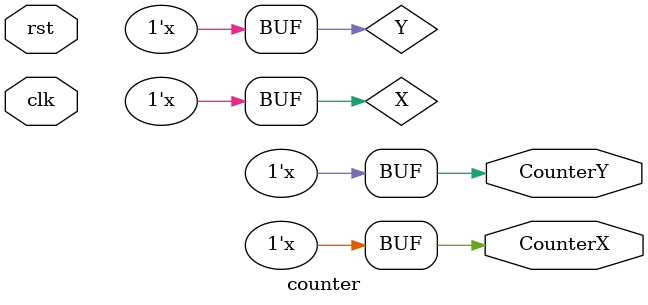
<source format=v>
module counter (clk, rst, CounterX, CounterY);
input clk, rst;
output reg CounterX, CounterY;
reg X = 1'd0;
reg Y = 1'd0;

reg [4:0] S;
reg [4:0] NS;

parameter XCOUNT = 1'd0,
			 YCOUNT = 1'd1,
			 XCOUNTER = 1'd2,
			 YCOUNTER = 1'd3,
			 DONE = 1'd4;
			 
always @(*)
	case (S)
		XCOUNT:
		begin	
			X = X + 1;
			if (X >= 20 && X <= 300)
				NS = XCOUNTER;
			else if (X == 320)
				NS = YCOUNT;
			else
				NS = XCOUNT;
		end
		XCOUNTER:
		begin
			CounterX = CounterX + 1;
			NS = XCOUNT;
		end
		YCOUNT:
		begin
			Y = Y + 1;
			if (Y >= 20 && Y <= 240)
				NS = YCOUNTER;
			else if (Y == 240)
				NS = DONE;
			else
				NS = YCOUNT;
		end
		YCOUNTER:
		begin
			CounterY = CounterY + 1;
			NS = YCOUNT;
		end
	endcase

endmodule
</source>
